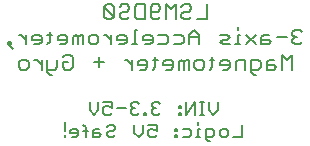
<source format=gbr>
G04 EAGLE Gerber RS-274X export*
G75*
%MOMM*%
%FSLAX34Y34*%
%LPD*%
%INSilkscreen Bottom*%
%IPPOS*%
%AMOC8*
5,1,8,0,0,1.08239X$1,22.5*%
G01*
%ADD10C,0.203200*%
%ADD11C,0.177800*%


D10*
X220605Y75828D02*
X220605Y68710D01*
X217046Y65151D01*
X213487Y68710D01*
X213487Y75828D01*
X208911Y65151D02*
X205352Y65151D01*
X207132Y65151D02*
X207132Y75828D01*
X208911Y75828D02*
X205352Y75828D01*
X201115Y75828D02*
X201115Y65151D01*
X193997Y65151D02*
X201115Y75828D01*
X193997Y75828D02*
X193997Y65151D01*
X189421Y72269D02*
X187642Y72269D01*
X187642Y70490D01*
X189421Y70490D01*
X189421Y72269D01*
X189421Y66931D02*
X187642Y66931D01*
X187642Y65151D01*
X189421Y65151D01*
X189421Y66931D01*
X171880Y74049D02*
X170101Y75828D01*
X166542Y75828D01*
X164762Y74049D01*
X164762Y72269D01*
X166542Y70490D01*
X168321Y70490D01*
X166542Y70490D02*
X164762Y68710D01*
X164762Y66931D01*
X166542Y65151D01*
X170101Y65151D01*
X171880Y66931D01*
X160186Y66931D02*
X160186Y65151D01*
X160186Y66931D02*
X158407Y66931D01*
X158407Y65151D01*
X160186Y65151D01*
X154339Y74049D02*
X152560Y75828D01*
X149001Y75828D01*
X147221Y74049D01*
X147221Y72269D01*
X149001Y70490D01*
X150780Y70490D01*
X149001Y70490D02*
X147221Y68710D01*
X147221Y66931D01*
X149001Y65151D01*
X152560Y65151D01*
X154339Y66931D01*
X142645Y70490D02*
X135527Y70490D01*
X130951Y75828D02*
X123833Y75828D01*
X130951Y75828D02*
X130951Y70490D01*
X127392Y72269D01*
X125613Y72269D01*
X123833Y70490D01*
X123833Y66931D01*
X125613Y65151D01*
X129172Y65151D01*
X130951Y66931D01*
X119257Y68710D02*
X119257Y75828D01*
X119257Y68710D02*
X115698Y65151D01*
X112139Y68710D01*
X112139Y75828D01*
X241069Y56778D02*
X241069Y46101D01*
X233951Y46101D01*
X227596Y46101D02*
X224037Y46101D01*
X222257Y47881D01*
X222257Y51440D01*
X224037Y53219D01*
X227596Y53219D01*
X229375Y51440D01*
X229375Y47881D01*
X227596Y46101D01*
X214122Y42542D02*
X212343Y42542D01*
X210563Y44322D01*
X210563Y53219D01*
X215902Y53219D01*
X217682Y51440D01*
X217682Y47881D01*
X215902Y46101D01*
X210563Y46101D01*
X205988Y53219D02*
X204208Y53219D01*
X204208Y46101D01*
X202429Y46101D02*
X205988Y46101D01*
X204208Y56778D02*
X204208Y58558D01*
X196412Y53219D02*
X191074Y53219D01*
X196412Y53219D02*
X198192Y51440D01*
X198192Y47881D01*
X196412Y46101D01*
X191074Y46101D01*
X186498Y53219D02*
X184718Y53219D01*
X184718Y51440D01*
X186498Y51440D01*
X186498Y53219D01*
X186498Y47881D02*
X184718Y47881D01*
X184718Y46101D01*
X186498Y46101D01*
X186498Y47881D01*
X168957Y56778D02*
X161839Y56778D01*
X168957Y56778D02*
X168957Y51440D01*
X165398Y53219D01*
X163618Y53219D01*
X161839Y51440D01*
X161839Y47881D01*
X163618Y46101D01*
X167177Y46101D01*
X168957Y47881D01*
X157263Y49660D02*
X157263Y56778D01*
X157263Y49660D02*
X153704Y46101D01*
X150145Y49660D01*
X150145Y56778D01*
X128536Y56778D02*
X126757Y54999D01*
X128536Y56778D02*
X132095Y56778D01*
X133875Y54999D01*
X133875Y53219D01*
X132095Y51440D01*
X128536Y51440D01*
X126757Y49660D01*
X126757Y47881D01*
X128536Y46101D01*
X132095Y46101D01*
X133875Y47881D01*
X120401Y53219D02*
X116842Y53219D01*
X115063Y51440D01*
X115063Y46101D01*
X120401Y46101D01*
X122181Y47881D01*
X120401Y49660D01*
X115063Y49660D01*
X108707Y46101D02*
X108707Y54999D01*
X106928Y56778D01*
X106928Y51440D02*
X110487Y51440D01*
X100911Y46101D02*
X97352Y46101D01*
X100911Y46101D02*
X102691Y47881D01*
X102691Y51440D01*
X100911Y53219D01*
X97352Y53219D01*
X95573Y51440D01*
X95573Y49660D01*
X102691Y49660D01*
X90997Y47881D02*
X90997Y46101D01*
X90997Y51440D02*
X90997Y58558D01*
D11*
X211321Y145923D02*
X211321Y158380D01*
X211321Y145923D02*
X203017Y145923D01*
X191996Y158380D02*
X189920Y156304D01*
X191996Y158380D02*
X196148Y158380D01*
X198224Y156304D01*
X198224Y154227D01*
X196148Y152151D01*
X191996Y152151D01*
X189920Y150075D01*
X189920Y147999D01*
X191996Y145923D01*
X196148Y145923D01*
X198224Y147999D01*
X185127Y145923D02*
X185127Y158380D01*
X180975Y154227D01*
X176823Y158380D01*
X176823Y145923D01*
X172030Y147999D02*
X169954Y145923D01*
X165801Y145923D01*
X163725Y147999D01*
X163725Y156304D01*
X165801Y158380D01*
X169954Y158380D01*
X172030Y156304D01*
X172030Y154227D01*
X169954Y152151D01*
X163725Y152151D01*
X158932Y145923D02*
X158932Y158380D01*
X158932Y145923D02*
X152704Y145923D01*
X150628Y147999D01*
X150628Y156304D01*
X152704Y158380D01*
X158932Y158380D01*
X139607Y158380D02*
X137531Y156304D01*
X139607Y158380D02*
X143759Y158380D01*
X145835Y156304D01*
X145835Y154227D01*
X143759Y152151D01*
X139607Y152151D01*
X137531Y150075D01*
X137531Y147999D01*
X139607Y145923D01*
X143759Y145923D01*
X145835Y147999D01*
X132738Y147999D02*
X132738Y156304D01*
X130662Y158380D01*
X126510Y158380D01*
X124434Y156304D01*
X124434Y147999D01*
X126510Y145923D01*
X130662Y145923D01*
X132738Y147999D01*
X124434Y156304D01*
X290012Y137044D02*
X292088Y134968D01*
X290012Y137044D02*
X285860Y137044D01*
X283784Y134968D01*
X283784Y132891D01*
X285860Y130815D01*
X287936Y130815D01*
X285860Y130815D02*
X283784Y128739D01*
X283784Y126663D01*
X285860Y124587D01*
X290012Y124587D01*
X292088Y126663D01*
X278991Y130815D02*
X270686Y130815D01*
X263817Y132891D02*
X259665Y132891D01*
X257589Y130815D01*
X257589Y124587D01*
X263817Y124587D01*
X265893Y126663D01*
X263817Y128739D01*
X257589Y128739D01*
X252796Y132891D02*
X244492Y124587D01*
X252796Y124587D02*
X244492Y132891D01*
X239699Y132891D02*
X237623Y132891D01*
X237623Y124587D01*
X239699Y124587D02*
X235547Y124587D01*
X237623Y137044D02*
X237623Y139120D01*
X230967Y124587D02*
X224739Y124587D01*
X222663Y126663D01*
X224739Y128739D01*
X228891Y128739D01*
X230967Y130815D01*
X228891Y132891D01*
X222663Y132891D01*
X204773Y132891D02*
X204773Y124587D01*
X204773Y132891D02*
X200621Y137044D01*
X196469Y132891D01*
X196469Y124587D01*
X196469Y130815D02*
X204773Y130815D01*
X189600Y132891D02*
X183371Y132891D01*
X189600Y132891D02*
X191676Y130815D01*
X191676Y126663D01*
X189600Y124587D01*
X183371Y124587D01*
X176502Y132891D02*
X170274Y132891D01*
X176502Y132891D02*
X178578Y130815D01*
X178578Y126663D01*
X176502Y124587D01*
X170274Y124587D01*
X163405Y124587D02*
X159253Y124587D01*
X163405Y124587D02*
X165481Y126663D01*
X165481Y130815D01*
X163405Y132891D01*
X159253Y132891D01*
X157177Y130815D01*
X157177Y128739D01*
X165481Y128739D01*
X152384Y137044D02*
X150308Y137044D01*
X150308Y124587D01*
X152384Y124587D02*
X148232Y124587D01*
X141576Y124587D02*
X137424Y124587D01*
X141576Y124587D02*
X143652Y126663D01*
X143652Y130815D01*
X141576Y132891D01*
X137424Y132891D01*
X135348Y130815D01*
X135348Y128739D01*
X143652Y128739D01*
X130555Y124587D02*
X130555Y132891D01*
X130555Y128739D02*
X126403Y132891D01*
X124327Y132891D01*
X117565Y124587D02*
X113413Y124587D01*
X111336Y126663D01*
X111336Y130815D01*
X113413Y132891D01*
X117565Y132891D01*
X119641Y130815D01*
X119641Y126663D01*
X117565Y124587D01*
X106544Y124587D02*
X106544Y132891D01*
X104468Y132891D01*
X102391Y130815D01*
X102391Y124587D01*
X102391Y130815D02*
X100315Y132891D01*
X98239Y130815D01*
X98239Y124587D01*
X91370Y124587D02*
X87218Y124587D01*
X91370Y124587D02*
X93446Y126663D01*
X93446Y130815D01*
X91370Y132891D01*
X87218Y132891D01*
X85142Y130815D01*
X85142Y128739D01*
X93446Y128739D01*
X78273Y126663D02*
X78273Y134968D01*
X78273Y126663D02*
X76197Y124587D01*
X76197Y132891D02*
X80349Y132891D01*
X69542Y124587D02*
X65389Y124587D01*
X69542Y124587D02*
X71618Y126663D01*
X71618Y130815D01*
X69542Y132891D01*
X65389Y132891D01*
X63313Y130815D01*
X63313Y128739D01*
X71618Y128739D01*
X58520Y124587D02*
X58520Y132891D01*
X58520Y128739D02*
X54368Y132891D01*
X52292Y132891D01*
X43454Y124587D02*
X47606Y120435D01*
X43454Y124587D02*
X43454Y126663D01*
X45530Y126663D01*
X45530Y124587D01*
X43454Y124587D01*
X283356Y115708D02*
X283356Y103251D01*
X279204Y111555D02*
X283356Y115708D01*
X279204Y111555D02*
X275052Y115708D01*
X275052Y103251D01*
X268183Y111555D02*
X264031Y111555D01*
X261955Y109479D01*
X261955Y103251D01*
X268183Y103251D01*
X270259Y105327D01*
X268183Y107403D01*
X261955Y107403D01*
X253010Y99099D02*
X250934Y99099D01*
X248858Y101175D01*
X248858Y111555D01*
X255086Y111555D01*
X257162Y109479D01*
X257162Y105327D01*
X255086Y103251D01*
X248858Y103251D01*
X244065Y103251D02*
X244065Y111555D01*
X237836Y111555D01*
X235760Y109479D01*
X235760Y103251D01*
X228891Y103251D02*
X224739Y103251D01*
X228891Y103251D02*
X230967Y105327D01*
X230967Y109479D01*
X228891Y111555D01*
X224739Y111555D01*
X222663Y109479D01*
X222663Y107403D01*
X230967Y107403D01*
X215794Y105327D02*
X215794Y113632D01*
X215794Y105327D02*
X213718Y103251D01*
X213718Y111555D02*
X217870Y111555D01*
X207063Y103251D02*
X202910Y103251D01*
X200834Y105327D01*
X200834Y109479D01*
X202910Y111555D01*
X207063Y111555D01*
X209139Y109479D01*
X209139Y105327D01*
X207063Y103251D01*
X196041Y103251D02*
X196041Y111555D01*
X193965Y111555D01*
X191889Y109479D01*
X191889Y103251D01*
X191889Y109479D02*
X189813Y111555D01*
X187737Y109479D01*
X187737Y103251D01*
X180868Y103251D02*
X176716Y103251D01*
X180868Y103251D02*
X182944Y105327D01*
X182944Y109479D01*
X180868Y111555D01*
X176716Y111555D01*
X174640Y109479D01*
X174640Y107403D01*
X182944Y107403D01*
X167771Y105327D02*
X167771Y113632D01*
X167771Y105327D02*
X165695Y103251D01*
X165695Y111555D02*
X169847Y111555D01*
X159039Y103251D02*
X154887Y103251D01*
X159039Y103251D02*
X161115Y105327D01*
X161115Y109479D01*
X159039Y111555D01*
X154887Y111555D01*
X152811Y109479D01*
X152811Y107403D01*
X161115Y107403D01*
X148018Y103251D02*
X148018Y111555D01*
X148018Y107403D02*
X143866Y111555D01*
X141790Y111555D01*
X124007Y109479D02*
X115702Y109479D01*
X119854Y105327D02*
X119854Y113632D01*
X91584Y115708D02*
X89508Y113632D01*
X91584Y115708D02*
X95736Y115708D01*
X97812Y113632D01*
X97812Y105327D01*
X95736Y103251D01*
X91584Y103251D01*
X89508Y105327D01*
X89508Y109479D01*
X93660Y109479D01*
X84715Y111555D02*
X84715Y105327D01*
X82639Y103251D01*
X76410Y103251D01*
X76410Y101175D02*
X76410Y111555D01*
X76410Y101175D02*
X78487Y99099D01*
X80563Y99099D01*
X71618Y103251D02*
X71618Y111555D01*
X71618Y107403D02*
X67465Y111555D01*
X65389Y111555D01*
X58627Y103251D02*
X54475Y103251D01*
X52399Y105327D01*
X52399Y109479D01*
X54475Y111555D01*
X58627Y111555D01*
X60703Y109479D01*
X60703Y105327D01*
X58627Y103251D01*
M02*

</source>
